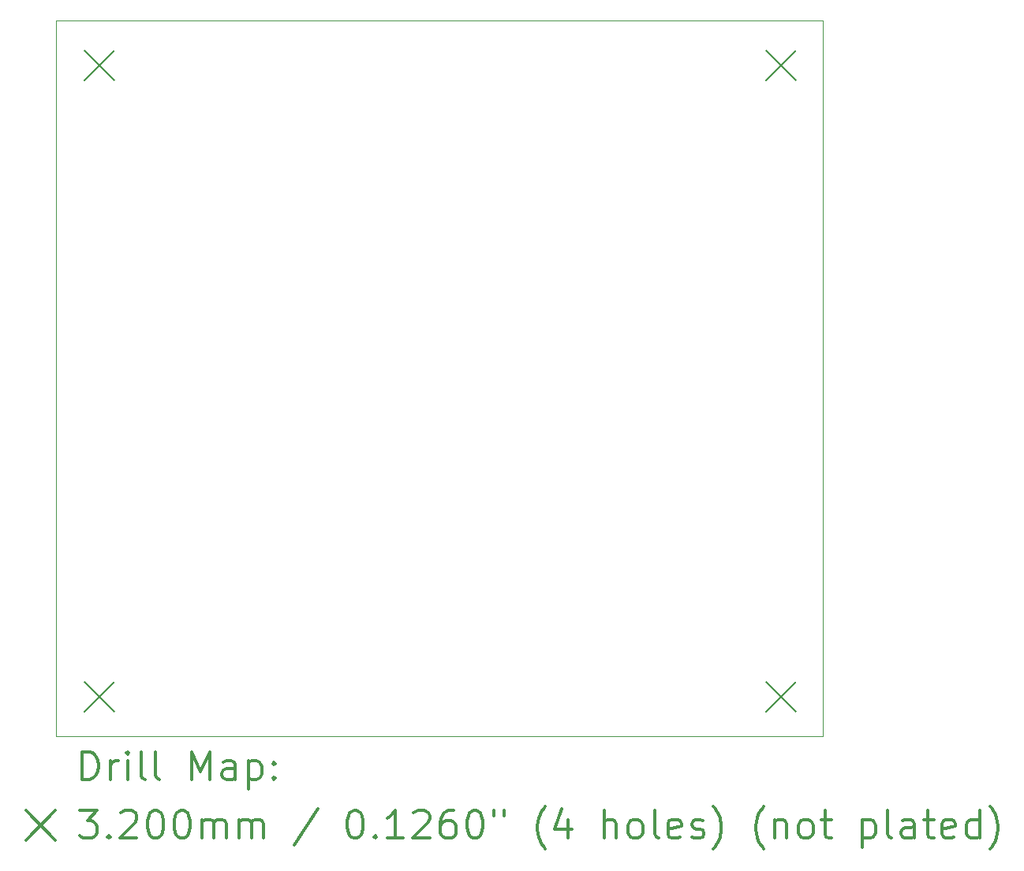
<source format=gbr>
%FSLAX45Y45*%
G04 Gerber Fmt 4.5, Leading zero omitted, Abs format (unit mm)*
G04 Created by KiCad (PCBNEW (5.1.10)-1) date 2021-11-18 05:32:56*
%MOMM*%
%LPD*%
G01*
G04 APERTURE LIST*
%TA.AperFunction,Profile*%
%ADD10C,0.038100*%
%TD*%
%ADD11C,0.200000*%
%ADD12C,0.300000*%
G04 APERTURE END LIST*
D10*
X1536700Y-2057400D02*
X1536700Y-2044700D01*
X9766300Y-2044700D02*
X9766300Y-2120900D01*
X1536700Y-2044700D02*
X9766300Y-2044700D01*
X1536700Y-9728200D02*
X1536700Y-2057400D01*
X9766300Y-9728200D02*
X1536700Y-9728200D01*
X9766300Y-2120900D02*
X9766300Y-9728200D01*
D11*
X1846600Y-2367300D02*
X2166600Y-2687300D01*
X2166600Y-2367300D02*
X1846600Y-2687300D01*
X1846600Y-9149100D02*
X2166600Y-9469100D01*
X2166600Y-9149100D02*
X1846600Y-9469100D01*
X9161800Y-2367300D02*
X9481800Y-2687300D01*
X9481800Y-2367300D02*
X9161800Y-2687300D01*
X9161800Y-9149100D02*
X9481800Y-9469100D01*
X9481800Y-9149100D02*
X9161800Y-9469100D01*
D12*
X1821223Y-10195819D02*
X1821223Y-9895819D01*
X1892652Y-9895819D01*
X1935509Y-9910105D01*
X1964081Y-9938677D01*
X1978366Y-9967248D01*
X1992652Y-10024391D01*
X1992652Y-10067248D01*
X1978366Y-10124391D01*
X1964081Y-10152962D01*
X1935509Y-10181534D01*
X1892652Y-10195819D01*
X1821223Y-10195819D01*
X2121223Y-10195819D02*
X2121223Y-9995819D01*
X2121223Y-10052962D02*
X2135509Y-10024391D01*
X2149795Y-10010105D01*
X2178366Y-9995819D01*
X2206938Y-9995819D01*
X2306938Y-10195819D02*
X2306938Y-9995819D01*
X2306938Y-9895819D02*
X2292652Y-9910105D01*
X2306938Y-9924391D01*
X2321223Y-9910105D01*
X2306938Y-9895819D01*
X2306938Y-9924391D01*
X2492652Y-10195819D02*
X2464081Y-10181534D01*
X2449795Y-10152962D01*
X2449795Y-9895819D01*
X2649795Y-10195819D02*
X2621223Y-10181534D01*
X2606938Y-10152962D01*
X2606938Y-9895819D01*
X2992652Y-10195819D02*
X2992652Y-9895819D01*
X3092652Y-10110105D01*
X3192652Y-9895819D01*
X3192652Y-10195819D01*
X3464081Y-10195819D02*
X3464081Y-10038677D01*
X3449795Y-10010105D01*
X3421223Y-9995819D01*
X3364081Y-9995819D01*
X3335509Y-10010105D01*
X3464081Y-10181534D02*
X3435509Y-10195819D01*
X3364081Y-10195819D01*
X3335509Y-10181534D01*
X3321223Y-10152962D01*
X3321223Y-10124391D01*
X3335509Y-10095819D01*
X3364081Y-10081534D01*
X3435509Y-10081534D01*
X3464081Y-10067248D01*
X3606938Y-9995819D02*
X3606938Y-10295819D01*
X3606938Y-10010105D02*
X3635509Y-9995819D01*
X3692652Y-9995819D01*
X3721223Y-10010105D01*
X3735509Y-10024391D01*
X3749795Y-10052962D01*
X3749795Y-10138677D01*
X3735509Y-10167248D01*
X3721223Y-10181534D01*
X3692652Y-10195819D01*
X3635509Y-10195819D01*
X3606938Y-10181534D01*
X3878366Y-10167248D02*
X3892652Y-10181534D01*
X3878366Y-10195819D01*
X3864081Y-10181534D01*
X3878366Y-10167248D01*
X3878366Y-10195819D01*
X3878366Y-10010105D02*
X3892652Y-10024391D01*
X3878366Y-10038677D01*
X3864081Y-10024391D01*
X3878366Y-10010105D01*
X3878366Y-10038677D01*
X1214795Y-10530105D02*
X1534795Y-10850105D01*
X1534795Y-10530105D02*
X1214795Y-10850105D01*
X1792652Y-10525819D02*
X1978366Y-10525819D01*
X1878366Y-10640105D01*
X1921223Y-10640105D01*
X1949795Y-10654391D01*
X1964081Y-10668677D01*
X1978366Y-10697248D01*
X1978366Y-10768677D01*
X1964081Y-10797248D01*
X1949795Y-10811534D01*
X1921223Y-10825819D01*
X1835509Y-10825819D01*
X1806938Y-10811534D01*
X1792652Y-10797248D01*
X2106938Y-10797248D02*
X2121223Y-10811534D01*
X2106938Y-10825819D01*
X2092652Y-10811534D01*
X2106938Y-10797248D01*
X2106938Y-10825819D01*
X2235509Y-10554391D02*
X2249795Y-10540105D01*
X2278366Y-10525819D01*
X2349795Y-10525819D01*
X2378366Y-10540105D01*
X2392652Y-10554391D01*
X2406938Y-10582962D01*
X2406938Y-10611534D01*
X2392652Y-10654391D01*
X2221223Y-10825819D01*
X2406938Y-10825819D01*
X2592652Y-10525819D02*
X2621223Y-10525819D01*
X2649795Y-10540105D01*
X2664081Y-10554391D01*
X2678366Y-10582962D01*
X2692652Y-10640105D01*
X2692652Y-10711534D01*
X2678366Y-10768677D01*
X2664081Y-10797248D01*
X2649795Y-10811534D01*
X2621223Y-10825819D01*
X2592652Y-10825819D01*
X2564081Y-10811534D01*
X2549795Y-10797248D01*
X2535509Y-10768677D01*
X2521223Y-10711534D01*
X2521223Y-10640105D01*
X2535509Y-10582962D01*
X2549795Y-10554391D01*
X2564081Y-10540105D01*
X2592652Y-10525819D01*
X2878366Y-10525819D02*
X2906938Y-10525819D01*
X2935509Y-10540105D01*
X2949795Y-10554391D01*
X2964081Y-10582962D01*
X2978366Y-10640105D01*
X2978366Y-10711534D01*
X2964081Y-10768677D01*
X2949795Y-10797248D01*
X2935509Y-10811534D01*
X2906938Y-10825819D01*
X2878366Y-10825819D01*
X2849795Y-10811534D01*
X2835509Y-10797248D01*
X2821223Y-10768677D01*
X2806938Y-10711534D01*
X2806938Y-10640105D01*
X2821223Y-10582962D01*
X2835509Y-10554391D01*
X2849795Y-10540105D01*
X2878366Y-10525819D01*
X3106938Y-10825819D02*
X3106938Y-10625819D01*
X3106938Y-10654391D02*
X3121223Y-10640105D01*
X3149795Y-10625819D01*
X3192652Y-10625819D01*
X3221223Y-10640105D01*
X3235509Y-10668677D01*
X3235509Y-10825819D01*
X3235509Y-10668677D02*
X3249795Y-10640105D01*
X3278366Y-10625819D01*
X3321223Y-10625819D01*
X3349795Y-10640105D01*
X3364081Y-10668677D01*
X3364081Y-10825819D01*
X3506938Y-10825819D02*
X3506938Y-10625819D01*
X3506938Y-10654391D02*
X3521223Y-10640105D01*
X3549795Y-10625819D01*
X3592652Y-10625819D01*
X3621223Y-10640105D01*
X3635509Y-10668677D01*
X3635509Y-10825819D01*
X3635509Y-10668677D02*
X3649795Y-10640105D01*
X3678366Y-10625819D01*
X3721223Y-10625819D01*
X3749795Y-10640105D01*
X3764081Y-10668677D01*
X3764081Y-10825819D01*
X4349795Y-10511534D02*
X4092652Y-10897248D01*
X4735509Y-10525819D02*
X4764081Y-10525819D01*
X4792652Y-10540105D01*
X4806938Y-10554391D01*
X4821223Y-10582962D01*
X4835509Y-10640105D01*
X4835509Y-10711534D01*
X4821223Y-10768677D01*
X4806938Y-10797248D01*
X4792652Y-10811534D01*
X4764081Y-10825819D01*
X4735509Y-10825819D01*
X4706938Y-10811534D01*
X4692652Y-10797248D01*
X4678366Y-10768677D01*
X4664081Y-10711534D01*
X4664081Y-10640105D01*
X4678366Y-10582962D01*
X4692652Y-10554391D01*
X4706938Y-10540105D01*
X4735509Y-10525819D01*
X4964081Y-10797248D02*
X4978366Y-10811534D01*
X4964081Y-10825819D01*
X4949795Y-10811534D01*
X4964081Y-10797248D01*
X4964081Y-10825819D01*
X5264081Y-10825819D02*
X5092652Y-10825819D01*
X5178366Y-10825819D02*
X5178366Y-10525819D01*
X5149795Y-10568677D01*
X5121223Y-10597248D01*
X5092652Y-10611534D01*
X5378366Y-10554391D02*
X5392652Y-10540105D01*
X5421223Y-10525819D01*
X5492652Y-10525819D01*
X5521223Y-10540105D01*
X5535509Y-10554391D01*
X5549795Y-10582962D01*
X5549795Y-10611534D01*
X5535509Y-10654391D01*
X5364081Y-10825819D01*
X5549795Y-10825819D01*
X5806938Y-10525819D02*
X5749795Y-10525819D01*
X5721223Y-10540105D01*
X5706938Y-10554391D01*
X5678366Y-10597248D01*
X5664081Y-10654391D01*
X5664081Y-10768677D01*
X5678366Y-10797248D01*
X5692652Y-10811534D01*
X5721223Y-10825819D01*
X5778366Y-10825819D01*
X5806938Y-10811534D01*
X5821223Y-10797248D01*
X5835509Y-10768677D01*
X5835509Y-10697248D01*
X5821223Y-10668677D01*
X5806938Y-10654391D01*
X5778366Y-10640105D01*
X5721223Y-10640105D01*
X5692652Y-10654391D01*
X5678366Y-10668677D01*
X5664081Y-10697248D01*
X6021223Y-10525819D02*
X6049795Y-10525819D01*
X6078366Y-10540105D01*
X6092652Y-10554391D01*
X6106938Y-10582962D01*
X6121223Y-10640105D01*
X6121223Y-10711534D01*
X6106938Y-10768677D01*
X6092652Y-10797248D01*
X6078366Y-10811534D01*
X6049795Y-10825819D01*
X6021223Y-10825819D01*
X5992652Y-10811534D01*
X5978366Y-10797248D01*
X5964081Y-10768677D01*
X5949795Y-10711534D01*
X5949795Y-10640105D01*
X5964081Y-10582962D01*
X5978366Y-10554391D01*
X5992652Y-10540105D01*
X6021223Y-10525819D01*
X6235509Y-10525819D02*
X6235509Y-10582962D01*
X6349795Y-10525819D02*
X6349795Y-10582962D01*
X6792652Y-10940105D02*
X6778366Y-10925819D01*
X6749795Y-10882962D01*
X6735509Y-10854391D01*
X6721223Y-10811534D01*
X6706938Y-10740105D01*
X6706938Y-10682962D01*
X6721223Y-10611534D01*
X6735509Y-10568677D01*
X6749795Y-10540105D01*
X6778366Y-10497248D01*
X6792652Y-10482962D01*
X7035509Y-10625819D02*
X7035509Y-10825819D01*
X6964081Y-10511534D02*
X6892652Y-10725819D01*
X7078366Y-10725819D01*
X7421223Y-10825819D02*
X7421223Y-10525819D01*
X7549795Y-10825819D02*
X7549795Y-10668677D01*
X7535509Y-10640105D01*
X7506938Y-10625819D01*
X7464081Y-10625819D01*
X7435509Y-10640105D01*
X7421223Y-10654391D01*
X7735509Y-10825819D02*
X7706938Y-10811534D01*
X7692652Y-10797248D01*
X7678366Y-10768677D01*
X7678366Y-10682962D01*
X7692652Y-10654391D01*
X7706938Y-10640105D01*
X7735509Y-10625819D01*
X7778366Y-10625819D01*
X7806938Y-10640105D01*
X7821223Y-10654391D01*
X7835509Y-10682962D01*
X7835509Y-10768677D01*
X7821223Y-10797248D01*
X7806938Y-10811534D01*
X7778366Y-10825819D01*
X7735509Y-10825819D01*
X8006938Y-10825819D02*
X7978366Y-10811534D01*
X7964081Y-10782962D01*
X7964081Y-10525819D01*
X8235509Y-10811534D02*
X8206938Y-10825819D01*
X8149795Y-10825819D01*
X8121223Y-10811534D01*
X8106938Y-10782962D01*
X8106938Y-10668677D01*
X8121223Y-10640105D01*
X8149795Y-10625819D01*
X8206938Y-10625819D01*
X8235509Y-10640105D01*
X8249795Y-10668677D01*
X8249795Y-10697248D01*
X8106938Y-10725819D01*
X8364081Y-10811534D02*
X8392652Y-10825819D01*
X8449795Y-10825819D01*
X8478366Y-10811534D01*
X8492652Y-10782962D01*
X8492652Y-10768677D01*
X8478366Y-10740105D01*
X8449795Y-10725819D01*
X8406938Y-10725819D01*
X8378366Y-10711534D01*
X8364081Y-10682962D01*
X8364081Y-10668677D01*
X8378366Y-10640105D01*
X8406938Y-10625819D01*
X8449795Y-10625819D01*
X8478366Y-10640105D01*
X8592652Y-10940105D02*
X8606938Y-10925819D01*
X8635509Y-10882962D01*
X8649795Y-10854391D01*
X8664081Y-10811534D01*
X8678366Y-10740105D01*
X8678366Y-10682962D01*
X8664081Y-10611534D01*
X8649795Y-10568677D01*
X8635509Y-10540105D01*
X8606938Y-10497248D01*
X8592652Y-10482962D01*
X9135509Y-10940105D02*
X9121223Y-10925819D01*
X9092652Y-10882962D01*
X9078366Y-10854391D01*
X9064081Y-10811534D01*
X9049795Y-10740105D01*
X9049795Y-10682962D01*
X9064081Y-10611534D01*
X9078366Y-10568677D01*
X9092652Y-10540105D01*
X9121223Y-10497248D01*
X9135509Y-10482962D01*
X9249795Y-10625819D02*
X9249795Y-10825819D01*
X9249795Y-10654391D02*
X9264081Y-10640105D01*
X9292652Y-10625819D01*
X9335509Y-10625819D01*
X9364081Y-10640105D01*
X9378366Y-10668677D01*
X9378366Y-10825819D01*
X9564081Y-10825819D02*
X9535509Y-10811534D01*
X9521223Y-10797248D01*
X9506938Y-10768677D01*
X9506938Y-10682962D01*
X9521223Y-10654391D01*
X9535509Y-10640105D01*
X9564081Y-10625819D01*
X9606938Y-10625819D01*
X9635509Y-10640105D01*
X9649795Y-10654391D01*
X9664081Y-10682962D01*
X9664081Y-10768677D01*
X9649795Y-10797248D01*
X9635509Y-10811534D01*
X9606938Y-10825819D01*
X9564081Y-10825819D01*
X9749795Y-10625819D02*
X9864081Y-10625819D01*
X9792652Y-10525819D02*
X9792652Y-10782962D01*
X9806938Y-10811534D01*
X9835509Y-10825819D01*
X9864081Y-10825819D01*
X10192652Y-10625819D02*
X10192652Y-10925819D01*
X10192652Y-10640105D02*
X10221223Y-10625819D01*
X10278366Y-10625819D01*
X10306938Y-10640105D01*
X10321223Y-10654391D01*
X10335509Y-10682962D01*
X10335509Y-10768677D01*
X10321223Y-10797248D01*
X10306938Y-10811534D01*
X10278366Y-10825819D01*
X10221223Y-10825819D01*
X10192652Y-10811534D01*
X10506938Y-10825819D02*
X10478366Y-10811534D01*
X10464081Y-10782962D01*
X10464081Y-10525819D01*
X10749795Y-10825819D02*
X10749795Y-10668677D01*
X10735509Y-10640105D01*
X10706938Y-10625819D01*
X10649795Y-10625819D01*
X10621223Y-10640105D01*
X10749795Y-10811534D02*
X10721223Y-10825819D01*
X10649795Y-10825819D01*
X10621223Y-10811534D01*
X10606938Y-10782962D01*
X10606938Y-10754391D01*
X10621223Y-10725819D01*
X10649795Y-10711534D01*
X10721223Y-10711534D01*
X10749795Y-10697248D01*
X10849795Y-10625819D02*
X10964081Y-10625819D01*
X10892652Y-10525819D02*
X10892652Y-10782962D01*
X10906938Y-10811534D01*
X10935509Y-10825819D01*
X10964081Y-10825819D01*
X11178366Y-10811534D02*
X11149795Y-10825819D01*
X11092652Y-10825819D01*
X11064081Y-10811534D01*
X11049795Y-10782962D01*
X11049795Y-10668677D01*
X11064081Y-10640105D01*
X11092652Y-10625819D01*
X11149795Y-10625819D01*
X11178366Y-10640105D01*
X11192652Y-10668677D01*
X11192652Y-10697248D01*
X11049795Y-10725819D01*
X11449795Y-10825819D02*
X11449795Y-10525819D01*
X11449795Y-10811534D02*
X11421223Y-10825819D01*
X11364081Y-10825819D01*
X11335509Y-10811534D01*
X11321223Y-10797248D01*
X11306938Y-10768677D01*
X11306938Y-10682962D01*
X11321223Y-10654391D01*
X11335509Y-10640105D01*
X11364081Y-10625819D01*
X11421223Y-10625819D01*
X11449795Y-10640105D01*
X11564081Y-10940105D02*
X11578366Y-10925819D01*
X11606938Y-10882962D01*
X11621223Y-10854391D01*
X11635509Y-10811534D01*
X11649795Y-10740105D01*
X11649795Y-10682962D01*
X11635509Y-10611534D01*
X11621223Y-10568677D01*
X11606938Y-10540105D01*
X11578366Y-10497248D01*
X11564081Y-10482962D01*
M02*

</source>
